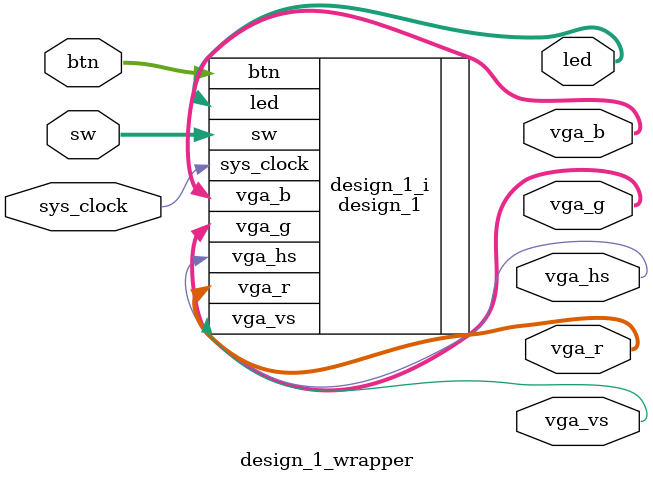
<source format=v>
`timescale 1 ps / 1 ps

module design_1_wrapper
   (btn,
    led,
    sw,
    sys_clock,
    vga_b,
    vga_g,
    vga_hs,
    vga_r,
    vga_vs);
  input [3:0]btn;
  output [3:0]led;
  input [3:0]sw;
  input sys_clock;
  output [4:0]vga_b;
  output [5:0]vga_g;
  output vga_hs;
  output [4:0]vga_r;
  output vga_vs;

  wire [3:0]btn;
  wire [3:0]led;
  wire [3:0]sw;
  wire sys_clock;
  wire [4:0]vga_b;
  wire [5:0]vga_g;
  wire vga_hs;
  wire [4:0]vga_r;
  wire vga_vs;

design_1 design_1_i
       (.btn(btn),
        .led(led),
        .sw(sw),
        .sys_clock(sys_clock),
        .vga_b(vga_b),
        .vga_g(vga_g),
        .vga_hs(vga_hs),
        .vga_r(vga_r),
        .vga_vs(vga_vs));
endmodule

</source>
